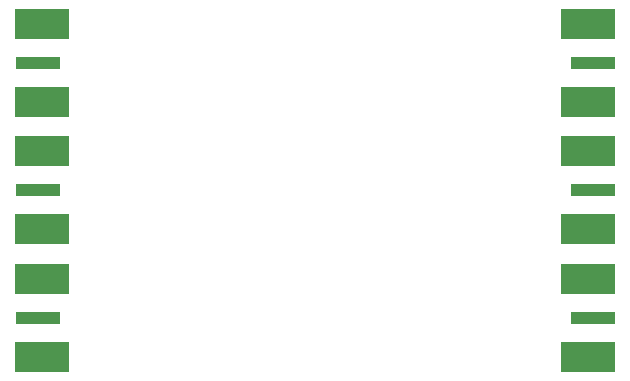
<source format=gbr>
G04 EAGLE Gerber RS-274X export*
G75*
%MOMM*%
%FSLAX34Y34*%
%LPD*%
%INSolderpaste Top*%
%IPPOS*%
%AMOC8*
5,1,8,0,0,1.08239X$1,22.5*%
G01*
%ADD10R,4.572000X2.540000*%
%ADD11R,3.810000X1.016000*%


D10*
X485140Y90170D03*
X485140Y24130D03*
D11*
X488950Y57150D03*
D10*
X22860Y24130D03*
X22860Y90170D03*
D11*
X19050Y57150D03*
D10*
X22860Y132080D03*
X22860Y198120D03*
D11*
X19050Y165100D03*
D10*
X485140Y198120D03*
X485140Y132080D03*
D11*
X488950Y165100D03*
D10*
X22860Y240030D03*
X22860Y306070D03*
D11*
X19050Y273050D03*
D10*
X485140Y306070D03*
X485140Y240030D03*
D11*
X488950Y273050D03*
M02*

</source>
